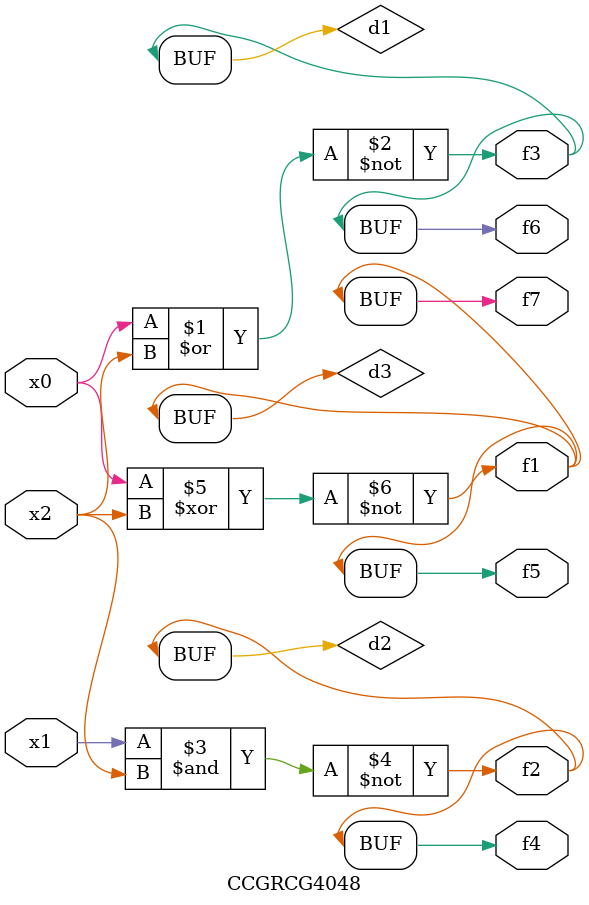
<source format=v>
module CCGRCG4048(
	input x0, x1, x2,
	output f1, f2, f3, f4, f5, f6, f7
);

	wire d1, d2, d3;

	nor (d1, x0, x2);
	nand (d2, x1, x2);
	xnor (d3, x0, x2);
	assign f1 = d3;
	assign f2 = d2;
	assign f3 = d1;
	assign f4 = d2;
	assign f5 = d3;
	assign f6 = d1;
	assign f7 = d3;
endmodule

</source>
